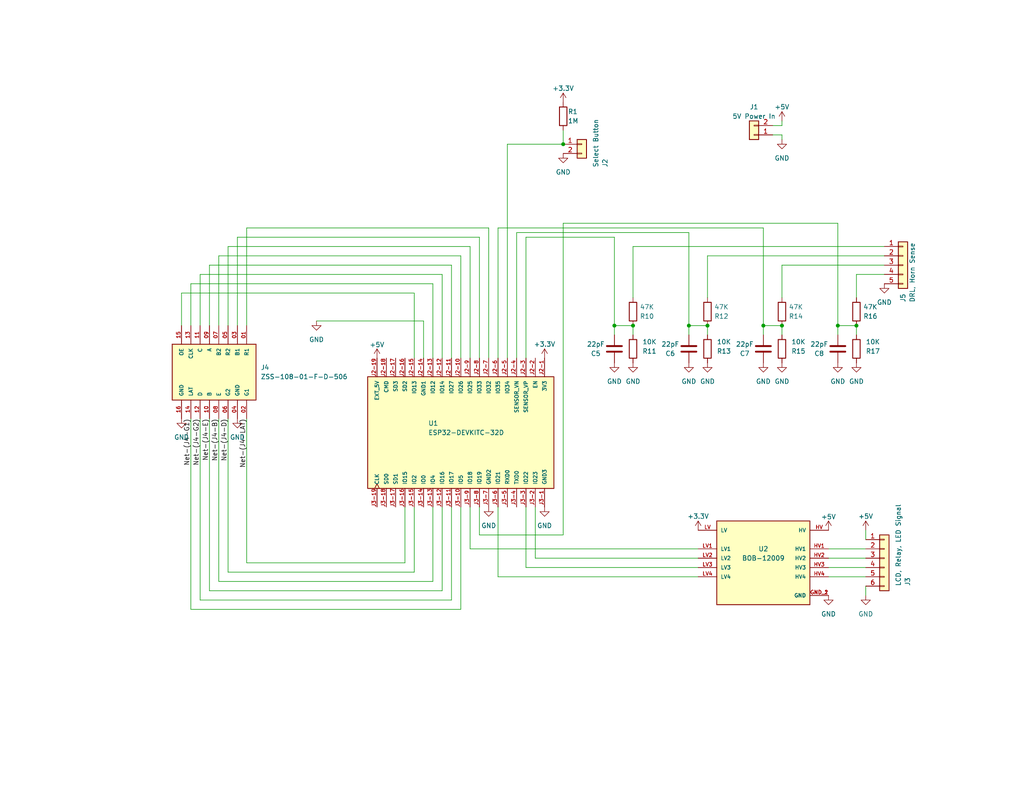
<source format=kicad_sch>
(kicad_sch (version 20230121) (generator eeschema)
  (paper "USLetter")
  (title_block (title "Car LED Controller ") (date "2023-07-02") (rev "3"))
  (lib_symbols
    (symbol "BOB-12009:BOB-12009" (pin_names (offset 1.016))
      (property "Reference" "U" (at -12.7 11.43 0))
      (property "Value" "BOB-12009" (at -12.7 -15.24 0))
      (symbol "BOB-12009_0_0"
        (rectangle (start -12.7 -12.7) (end 12.7 10.16) (stroke (width 0.254)) (fill (type background)))
        (pin power_in line (at 17.78 -10.16 180) (length 5.08) (name "GND") (number "GND_1"))
        (pin power_in line (at 17.78 -10.16 180) (length 5.08) (name "GND") (number "GND_2"))
        (pin bidirectional line (at 17.78 7.62 180) (length 5.08) (name "HV") (number "HV"))
        (pin bidirectional line (at 17.78 2.54 180) (length 5.08) (name "HV1") (number "HV1"))
        (pin bidirectional line (at 17.78 0 180) (length 5.08) (name "HV2") (number "HV2"))
        (pin bidirectional line (at 17.78 -2.54 180) (length 5.08) (name "HV3") (number "HV3"))
        (pin bidirectional line (at 17.78 -5.08 180) (length 5.08) (name "HV4") (number "HV4"))
        (pin bidirectional line (at -17.78 7.62 0) (length 5.08) (name "LV") (number "LV"))
        (pin bidirectional line (at -17.78 2.54 0) (length 5.08) (name "LV1") (number "LV1"))
        (pin bidirectional line (at -17.78 0 0) (length 5.08) (name "LV2") (number "LV2"))
        (pin bidirectional line (at -17.78 -2.54 0) (length 5.08) (name "LV3") (number "LV3"))
        (pin bidirectional line (at -17.78 -5.08 0) (length 5.08) (name "LV4") (number "LV4"))
      )
    )
    (symbol "Conn_01x02_1" (pin_names (offset 1.016) hide)
      (property "Reference" "J" (at 0 2.54 0))
      (property "Value" "Conn_01x02" (at 0 -5.08 0))
      (symbol "Conn_01x02_1_1_1"
        (rectangle (start -1.27 -2.413) (end 0 -2.667) (stroke (width 0.1524)))
        (rectangle (start -1.27 0.127) (end 0 -0.127) (stroke (width 0.1524)))
        (rectangle (start -1.27 1.27) (end 1.27 -3.81) (stroke (width 0.254)) (fill (type background)))
        (pin passive line (at -5.08 0 0) (length 3.81) (name "Pin_1") (number "1"))
        (pin passive line (at -5.08 -2.54 0) (length 3.81) (name "Pin_2") (number "2"))
      )
    )
    (symbol "Connector_Generic:Conn_01x02" (pin_names (offset 1.016) hide)
      (property "Reference" "J4" (at 2.54 -0.635 0))
      (property "Value" "Select Button" (at 2.54 -3.175 0))
      (symbol "Conn_01x02_1_1"
        (rectangle (start -1.27 -2.413) (end 0 -2.667) (stroke (width 0.1524)))
        (rectangle (start -1.27 0.127) (end 0 -0.127) (stroke (width 0.1524)))
        (rectangle (start -1.27 1.27) (end 1.27 -3.81) (stroke (width 0.254)) (fill (type background)))
        (pin passive line (at -5.08 0 0) (length 3.81) (name "Pin_1") (number "1"))
        (pin passive line (at -5.08 -2.54 0) (length 3.81) (name "Pin_2") (number "2"))
      )
    )
    (symbol "Connector_Generic:Conn_01x05" (pin_names (offset 1.016) hide)
      (property "Reference" "J" (at 0 7.62 0))
      (property "Value" "Conn_01x05" (at 0 -7.62 0))
      (symbol "Conn_01x05_1_1"
        (rectangle (start -1.27 -4.953) (end 0 -5.207) (stroke (width 0.1524)))
        (rectangle (start -1.27 -2.413) (end 0 -2.667) (stroke (width 0.1524)))
        (rectangle (start -1.27 0.127) (end 0 -0.127) (stroke (width 0.1524)))
        (rectangle (start -1.27 2.667) (end 0 2.413) (stroke (width 0.1524)))
        (rectangle (start -1.27 5.207) (end 0 4.953) (stroke (width 0.1524)))
        (rectangle (start -1.27 6.35) (end 1.27 -6.35) (stroke (width 0.254)) (fill (type background)))
        (pin passive line (at -5.08 5.08 0) (length 3.81) (name "Pin_1") (number "1"))
        (pin passive line (at -5.08 2.54 0) (length 3.81) (name "Pin_2") (number "2"))
        (pin passive line (at -5.08 0 0) (length 3.81) (name "Pin_3") (number "3"))
        (pin passive line (at -5.08 -2.54 0) (length 3.81) (name "Pin_4") (number "4"))
        (pin passive line (at -5.08 -5.08 0) (length 3.81) (name "Pin_5") (number "5"))
      )
    )
    (symbol "Connector_Generic:Conn_01x06" (pin_names (offset 1.016) hide)
      (property "Reference" "J" (at 0 7.62 0))
      (property "Value" "Conn_01x06" (at 0 -10.16 0))
      (symbol "Conn_01x06_1_1"
        (rectangle (start -1.27 -7.493) (end 0 -7.747) (stroke (width 0.1524)))
        (rectangle (start -1.27 -4.953) (end 0 -5.207) (stroke (width 0.1524)))
        (rectangle (start -1.27 -2.413) (end 0 -2.667) (stroke (width 0.1524)))
        (rectangle (start -1.27 0.127) (end 0 -0.127) (stroke (width 0.1524)))
        (rectangle (start -1.27 2.667) (end 0 2.413) (stroke (width 0.1524)))
        (rectangle (start -1.27 5.207) (end 0 4.953) (stroke (width 0.1524)))
        (rectangle (start -1.27 6.35) (end 1.27 -8.89) (stroke (width 0.254)) (fill (type background)))
        (pin passive line (at -5.08 5.08 0) (length 3.81) (name "Pin_1") (number "1"))
        (pin passive line (at -5.08 2.54 0) (length 3.81) (name "Pin_2") (number "2"))
        (pin passive line (at -5.08 0 0) (length 3.81) (name "Pin_3") (number "3"))
        (pin passive line (at -5.08 -2.54 0) (length 3.81) (name "Pin_4") (number "4"))
        (pin passive line (at -5.08 -5.08 0) (length 3.81) (name "Pin_5") (number "5"))
        (pin passive line (at -5.08 -7.62 0) (length 3.81) (name "Pin_6") (number "6"))
      )
    )
    (symbol "Device:C" (pin_numbers hide) (pin_names (offset 0.254))
      (property "Reference" "C" (at 0.635 2.54 0))
      (property "Value" "C" (at 0.635 -2.54 0))
      (symbol "C_0_1"
        (polyline (pts (xy -2.032 -0.762) (xy 2.032 -0.762)) (stroke (width 0.508)))
        (polyline (pts (xy -2.032 0.762) (xy 2.032 0.762)) (stroke (width 0.508)))
      )
      (symbol "C_1_1"
        (pin passive line (at 0 3.81 270) (length 2.794) (name "~") (number "1"))
        (pin passive line (at 0 -3.81 90) (length 2.794) (name "~") (number "2"))
      )
    )
    (symbol "Device:R" (pin_numbers hide) (pin_names (offset 0))
      (property "Reference" "R" (at 2.032 0 90))
      (property "Value" "R" (at 0 0 90))
      (symbol "R_0_1"
        (rectangle (start -1.016 -2.54) (end 1.016 2.54) (stroke (width 0.254)))
      )
      (symbol "R_1_1"
        (pin passive line (at 0 3.81 270) (length 1.27) (name "~") (number "1"))
        (pin passive line (at 0 -3.81 90) (length 1.27) (name "~") (number "2"))
      )
    )
    (symbol "ESP32-DEVKITC-32D:ESP32-DEVKITC-32D" (pin_names (offset 1.016))
      (property "Reference" "U" (at -15.2572 26.0643 0))
      (property "Value" "ESP32-DEVKITC-32D" (at -15.2563 -27.9698 0))
      (symbol "ESP32-DEVKITC-32D_0_0"
        (rectangle (start -15.24 -25.4) (end 15.24 25.4) (stroke (width 0.254)) (fill (type background)))
        (pin power_in line (at -20.32 22.86 0) (length 5.08) (name "3V3") (number "J2-1"))
        (pin bidirectional line (at -20.32 0 0) (length 5.08) (name "IO26") (number "J2-10"))
        (pin bidirectional line (at -20.32 -2.54 0) (length 5.08) (name "IO27") (number "J2-11"))
        (pin bidirectional line (at -20.32 -5.08 0) (length 5.08) (name "IO14") (number "J2-12"))
        (pin bidirectional line (at -20.32 -7.62 0) (length 5.08) (name "IO12") (number "J2-13"))
        (pin power_in line (at -20.32 -10.16 0) (length 5.08) (name "GND1") (number "J2-14"))
        (pin bidirectional line (at -20.32 -12.7 0) (length 5.08) (name "IO13") (number "J2-15"))
        (pin bidirectional line (at -20.32 -15.24 0) (length 5.08) (name "SD2") (number "J2-16"))
        (pin bidirectional line (at -20.32 -17.78 0) (length 5.08) (name "SD3") (number "J2-17"))
        (pin bidirectional line (at -20.32 -20.32 0) (length 5.08) (name "CMD") (number "J2-18"))
        (pin power_in line (at -20.32 -22.86 0) (length 5.08) (name "EXT_5V") (number "J2-19"))
        (pin input line (at -20.32 20.32 0) (length 5.08) (name "EN") (number "J2-2"))
        (pin input line (at -20.32 17.78 0) (length 5.08) (name "SENSOR_VP") (number "J2-3"))
        (pin input line (at -20.32 15.24 0) (length 5.08) (name "SENSOR_VN") (number "J2-4"))
        (pin bidirectional line (at -20.32 12.7 0) (length 5.08) (name "IO34") (number "J2-5"))
        (pin bidirectional line (at -20.32 10.16 0) (length 5.08) (name "IO35") (number "J2-6"))
        (pin bidirectional line (at -20.32 7.62 0) (length 5.08) (name "IO32") (number "J2-7"))
        (pin bidirectional line (at -20.32 5.08 0) (length 5.08) (name "IO33") (number "J2-8"))
        (pin bidirectional line (at -20.32 2.54 0) (length 5.08) (name "IO25") (number "J2-9"))
        (pin power_in line (at 20.32 22.86 180) (length 5.08) (name "GND3") (number "J3-1"))
        (pin bidirectional line (at 20.32 0 180) (length 5.08) (name "IO5") (number "J3-10"))
        (pin bidirectional line (at 20.32 -2.54 180) (length 5.08) (name "IO17") (number "J3-11"))
        (pin bidirectional line (at 20.32 -5.08 180) (length 5.08) (name "IO16") (number "J3-12"))
        (pin bidirectional line (at 20.32 -7.62 180) (length 5.08) (name "IO4") (number "J3-13"))
        (pin bidirectional line (at 20.32 -10.16 180) (length 5.08) (name "IO0") (number "J3-14"))
        (pin bidirectional line (at 20.32 -12.7 180) (length 5.08) (name "IO2") (number "J3-15"))
        (pin bidirectional line (at 20.32 -15.24 180) (length 5.08) (name "IO15") (number "J3-16"))
        (pin bidirectional line (at 20.32 -17.78 180) (length 5.08) (name "SD1") (number "J3-17"))
        (pin bidirectional line (at 20.32 -20.32 180) (length 5.08) (name "SD0") (number "J3-18"))
        (pin input clock (at 20.32 -22.86 180) (length 5.08) (name "CLK") (number "J3-19"))
        (pin bidirectional line (at 20.32 20.32 180) (length 5.08) (name "IO23") (number "J3-2"))
        (pin bidirectional line (at 20.32 17.78 180) (length 5.08) (name "IO22") (number "J3-3"))
        (pin output line (at 20.32 15.24 180) (length 5.08) (name "TXD0") (number "J3-4"))
        (pin input line (at 20.32 12.7 180) (length 5.08) (name "RXD0") (number "J3-5"))
        (pin bidirectional line (at 20.32 10.16 180) (length 5.08) (name "IO21") (number "J3-6"))
        (pin power_in line (at 20.32 7.62 180) (length 5.08) (name "GND2") (number "J3-7"))
        (pin bidirectional line (at 20.32 5.08 180) (length 5.08) (name "IO19") (number "J3-8"))
        (pin bidirectional line (at 20.32 2.54 180) (length 5.08) (name "IO18") (number "J3-9"))
      )
    )
    (symbol "ZSS-108-01-F-D-506:ZSS-108-01-F-D-506" (pin_names (offset 1.016))
      (property "Reference" "J4" (at -1.27 13.97 90))
      (property "Value" "ZSS-108-01-F-D-506" (at 1.27 13.97 90))
      (symbol "ZSS-108-01-F-D-506_0_0"
        (rectangle (start -7.62 -10.16) (end 7.62 12.7) (stroke (width 0.254)) (fill (type background)))
      )
      (symbol "ZSS-108-01-F-D-506_1_0"
        (pin passive line (at -12.7 10.16 0) (length 5.08) (name "R1") (number "01"))
        (pin passive line (at 12.7 10.16 180) (length 5.08) (name "G1") (number "02"))
        (pin passive line (at -12.7 7.62 0) (length 5.08) (name "B1") (number "03"))
        (pin passive line (at 12.7 7.62 180) (length 5.08) (name "GND") (number "04"))
        (pin passive line (at -12.7 5.08 0) (length 5.08) (name "R2") (number "05"))
        (pin passive line (at 12.7 5.08 180) (length 5.08) (name "G2") (number "06"))
        (pin passive line (at -12.7 2.54 0) (length 5.08) (name "B2") (number "07"))
        (pin passive line (at 12.7 2.54 180) (length 5.08) (name "E") (number "08"))
        (pin passive line (at -12.7 0 0) (length 5.08) (name "A") (number "09"))
        (pin passive line (at 12.7 0 180) (length 5.08) (name "B") (number "10"))
        (pin passive line (at -12.7 -2.54 0) (length 5.08) (name "C") (number "11"))
        (pin passive line (at 12.7 -2.54 180) (length 5.08) (name "D") (number "12"))
        (pin passive line (at -12.7 -5.08 0) (length 5.08) (name "CLK") (number "13"))
        (pin passive line (at 12.7 -5.08 180) (length 5.08) (name "LAT") (number "14"))
        (pin passive line (at -12.7 -7.62 0) (length 5.08) (name "OE") (number "15"))
        (pin passive line (at 12.7 -7.62 180) (length 5.08) (name "GND") (number "16"))
      )
    )
    (symbol "power:+3.3V" (power) (pin_names (offset 0))
      (property "Value" "+3.3V" (at 0 3.556 0))
      (symbol "+3.3V_0_1"
        (polyline (pts (xy -0.762 1.27) (xy 0 2.54)))
        (polyline (pts (xy 0 0) (xy 0 2.54)))
        (polyline (pts (xy 0 2.54) (xy 0.762 1.27)))
      )
      (symbol "+3.3V_1_1"
        (pin power_in line (at 0 0 90) (length 0) hide (name "+3.3V") (number "1"))
      )
    )
    (symbol "power:+5V" (power) (pin_names (offset 0))
      (property "Value" "+5V" (at 0 3.556 0))
      (symbol "+5V_0_1"
        (polyline (pts (xy -0.762 1.27) (xy 0 2.54)))
        (polyline (pts (xy 0 0) (xy 0 2.54)))
        (polyline (pts (xy 0 2.54) (xy 0.762 1.27)))
      )
      (symbol "+5V_1_1"
        (pin power_in line (at 0 0 90) (length 0) hide (name "+5V") (number "1"))
      )
    )
    (symbol "power:GND" (power) (pin_names (offset 0))
      (property "Value" "GND" (at 0 -3.81 0))
      (symbol "GND_0_1"
        (polyline (pts (xy 0 0) (xy 0 -1.27) (xy 1.27 -1.27) (xy 0 -2.54) (xy -1.27 -1.27) (xy 0 -1.27)))
      )
      (symbol "GND_1_1"
        (pin power_in line (at 0 0 270) (length 0) hide (name "GND") (number "1"))
      )
    )
  )
  (junction (at 193.04 88.9))
  (junction (at 167.64 88.9))
  (junction (at 208.28 88.9))
  (junction (at 187.96 88.9))
  (junction (at 153.67 39.37))
  (junction (at 172.72 88.9))
  (junction (at 228.6 88.9))
  (junction (at 213.36 88.9))
  (junction (at 233.68 88.9))
  (wire (pts (xy 54.61 74.93) (xy 120.65 74.93)))
  (wire (pts (xy 228.6 91.44) (xy 228.6 88.9)))
  (wire (pts (xy 62.23 67.31) (xy 62.23 88.9)))
  (wire (pts (xy 125.73 138.43) (xy 125.73 166.37)))
  (wire (pts (xy 138.43 39.37) (xy 153.67 39.37)))
  (wire (pts (xy 118.11 138.43) (xy 118.11 158.75)))
  (wire (pts (xy 208.28 88.9) (xy 213.36 88.9)))
  (wire (pts (xy 59.69 69.85) (xy 125.73 69.85)))
  (wire (pts (xy 228.6 60.96) (xy 153.67 60.96)))
  (wire (pts (xy 146.05 138.43) (xy 146.05 152.4)))
  (wire (pts (xy 213.36 72.39) (xy 213.36 81.28)))
  (wire (pts (xy 153.67 35.56) (xy 153.67 39.37)))
  (wire (pts (xy 62.23 114.3) (xy 62.23 156.21)))
  (wire (pts (xy 213.36 36.83) (xy 210.82 36.83)))
  (wire (pts (xy 64.77 64.77) (xy 64.77 88.9)))
  (wire (pts (xy 241.3 74.93) (xy 233.68 74.93)))
  (wire (pts (xy 226.06 149.86) (xy 236.22 149.86)))
  (wire (pts (xy 135.89 157.48) (xy 190.5 157.48)))
  (wire (pts (xy 118.11 158.75) (xy 59.69 158.75)))
  (wire (pts (xy 187.96 88.9) (xy 187.96 63.5)))
  (wire (pts (xy 167.64 91.44) (xy 167.64 88.9)))
  (wire (pts (xy 138.43 39.37) (xy 138.43 97.79)))
  (wire (pts (xy 213.36 34.29) (xy 210.82 34.29)))
  (wire (pts (xy 153.67 60.96) (xy 153.67 146.05)))
  (wire (pts (xy 143.51 154.94) (xy 190.5 154.94)))
  (wire (pts (xy 128.27 138.43) (xy 128.27 149.86)))
  (wire (pts (xy 113.03 80.01) (xy 113.03 97.79)))
  (wire (pts (xy 62.23 156.21) (xy 113.03 156.21)))
  (wire (pts (xy 120.65 74.93) (xy 120.65 97.79)))
  (wire (pts (xy 86.36 87.63) (xy 115.57 87.63)))
  (wire (pts (xy 57.15 72.39) (xy 57.15 88.9)))
  (wire (pts (xy 54.61 114.3) (xy 54.61 163.83)))
  (wire (pts (xy 125.73 97.79) (xy 125.73 69.85)))
  (wire (pts (xy 113.03 138.43) (xy 113.03 156.21)))
  (wire (pts (xy 233.68 74.93) (xy 233.68 81.28)))
  (wire (pts (xy 67.31 62.23) (xy 133.35 62.23)))
  (wire (pts (xy 54.61 163.83) (xy 123.19 163.83)))
  (wire (pts (xy 52.07 166.37) (xy 125.73 166.37)))
  (wire (pts (xy 49.53 80.01) (xy 113.03 80.01)))
  (wire (pts (xy 228.6 88.9) (xy 233.68 88.9)))
  (wire (pts (xy 226.06 152.4) (xy 236.22 152.4)))
  (wire (pts (xy 57.15 161.29) (xy 120.65 161.29)))
  (wire (pts (xy 236.22 144.78) (xy 236.22 147.32)))
  (wire (pts (xy 110.49 138.43) (xy 110.49 153.67)))
  (wire (pts (xy 167.64 88.9) (xy 172.72 88.9)))
  (wire (pts (xy 172.72 67.31) (xy 172.72 81.28)))
  (wire (pts (xy 123.19 138.43) (xy 123.19 163.83)))
  (wire (pts (xy 143.51 97.79) (xy 143.51 64.77)))
  (wire (pts (xy 67.31 153.67) (xy 67.31 114.3)))
  (wire (pts (xy 130.81 138.43) (xy 130.81 146.05)))
  (wire (pts (xy 140.97 97.79) (xy 140.97 63.5)))
  (wire (pts (xy 52.07 114.3) (xy 52.07 166.37)))
  (wire (pts (xy 128.27 67.31) (xy 128.27 97.79)))
  (wire (pts (xy 135.89 97.79) (xy 135.89 62.23)))
  (wire (pts (xy 228.6 88.9) (xy 228.6 60.96)))
  (wire (pts (xy 52.07 77.47) (xy 52.07 88.9)))
  (wire (pts (xy 172.72 88.9) (xy 172.72 91.44)))
  (wire (pts (xy 110.49 153.67) (xy 67.31 153.67)))
  (wire (pts (xy 241.3 72.39) (xy 213.36 72.39)))
  (wire (pts (xy 62.23 67.31) (xy 128.27 67.31)))
  (wire (pts (xy 130.81 146.05) (xy 153.67 146.05)))
  (wire (pts (xy 57.15 72.39) (xy 123.19 72.39)))
  (wire (pts (xy 135.89 138.43) (xy 135.89 157.48)))
  (wire (pts (xy 54.61 74.93) (xy 54.61 88.9)))
  (wire (pts (xy 187.96 91.44) (xy 187.96 88.9)))
  (wire (pts (xy 128.27 149.86) (xy 190.5 149.86)))
  (wire (pts (xy 226.06 154.94) (xy 236.22 154.94)))
  (wire (pts (xy 236.22 162.56) (xy 236.22 160.02)))
  (wire (pts (xy 59.69 69.85) (xy 59.69 88.9)))
  (wire (pts (xy 233.68 88.9) (xy 233.68 91.44)))
  (wire (pts (xy 123.19 72.39) (xy 123.19 97.79)))
  (wire (pts (xy 57.15 114.3) (xy 57.15 161.29)))
  (wire (pts (xy 64.77 64.77) (xy 130.81 64.77)))
  (wire (pts (xy 143.51 138.43) (xy 143.51 154.94)))
  (wire (pts (xy 59.69 114.3) (xy 59.69 158.75)))
  (wire (pts (xy 241.3 67.31) (xy 172.72 67.31)))
  (wire (pts (xy 67.31 62.23) (xy 67.31 88.9)))
  (wire (pts (xy 208.28 62.23) (xy 208.28 88.9)))
  (wire (pts (xy 208.28 91.44) (xy 208.28 88.9)))
  (wire (pts (xy 193.04 88.9) (xy 193.04 91.44)))
  (wire (pts (xy 52.07 77.47) (xy 118.11 77.47)))
  (wire (pts (xy 140.97 63.5) (xy 187.96 63.5)))
  (wire (pts (xy 130.81 64.77) (xy 130.81 97.79)))
  (wire (pts (xy 167.64 64.77) (xy 167.64 88.9)))
  (wire (pts (xy 213.36 88.9) (xy 213.36 91.44)))
  (wire (pts (xy 226.06 157.48) (xy 236.22 157.48)))
  (wire (pts (xy 213.36 33.02) (xy 213.36 34.29)))
  (wire (pts (xy 143.51 64.77) (xy 167.64 64.77)))
  (wire (pts (xy 133.35 62.23) (xy 133.35 97.79)))
  (wire (pts (xy 135.89 62.23) (xy 208.28 62.23)))
  (wire (pts (xy 118.11 77.47) (xy 118.11 97.79)))
  (wire (pts (xy 146.05 152.4) (xy 190.5 152.4)))
  (wire (pts (xy 49.53 80.01) (xy 49.53 88.9)))
  (wire (pts (xy 187.96 88.9) (xy 193.04 88.9)))
  (wire (pts (xy 241.3 69.85) (xy 193.04 69.85)))
  (wire (pts (xy 193.04 69.85) (xy 193.04 81.28)))
  (wire (pts (xy 213.36 36.83) (xy 213.36 38.1)))
  (wire (pts (xy 120.65 138.43) (xy 120.65 161.29)))
  (wire (pts (xy 115.57 87.63) (xy 115.57 97.79)))
  (label "Net-(J4-E)" (at 57.15 114.3 270))
  (label "Net-(J4-D)" (at 62.23 114.3 270))
  (label "Net-(J4-LAT)" (at 67.31 114.3 270))
  (label "Net-(J4-B)" (at 59.69 114.3 270))
  (label "Net-(J4-G2)" (at 54.61 114.3 270))
  (label "Net-(J4-G1)" (at 52.07 114.3 270))
  (symbol (lib_id "power:GND") (at 86.36 87.63 0) (unit 1)
    (property "Reference" "#PWR021" (effects hide))
    (property "Value" "GND" (at 86.36 92.71 0))
  )
  (symbol (lib_id "power:GND") (at 193.04 99.06 0) (unit 1)
    (property "Reference" "#PWR09" (effects hide))
    (property "Value" "GND" (at 193.04 104.14 0))
  )
  (symbol (lib_id "Device:R") (at 233.68 95.25 0) (mirror y) (unit 1)
    (property "Reference" "R17" (at 236.22 95.885 0) (effects (justify right)))
    (property "Value" "10K" (at 236.22 93.345 0) (effects (justify right)))
    (property "Footprint" "Resistor_THT:R_Axial_DIN0207_L6.3mm_D2.5mm_P10.16mm_Horizontal" (effects hide))
  )
  (symbol (lib_id "BOB-12009:BOB-12009") (at 208.28 152.4 0) (unit 1)
    (property "Reference" "U2" (at 208.28 149.86 0))
    (property "Value" "BOB-12009" (at 208.28 152.4 0))
    (property "Footprint" "BOB-12009:CONV_BOB-12009" (effects hide))
    (property "PARTREV" "01" (effects hide))
    (property "STANDARD" "Manufacturer Recommendations" (effects hide))
    (property "MAXIMUM_PACKAGE_HEIGHT" "N/A" (effects hide))
    (property "MANUFACTURER" "SparkFun Electronics" (effects hide))
  )
  (symbol (lib_id "Device:R") (at 172.72 85.09 0) (mirror x) (unit 1)
    (property "Reference" "R10" (at 176.53 86.36 0))
    (property "Value" "47K" (at 176.53 83.82 0))
    (property "Footprint" "Resistor_THT:R_Axial_DIN0207_L6.3mm_D2.5mm_P10.16mm_Horizontal" (effects hide))
  )
  (symbol (lib_id "power:GND") (at 208.28 99.06 0) (unit 1)
    (property "Reference" "#PWR08" (effects hide))
    (property "Value" "GND" (at 208.28 104.14 0))
  )
  (symbol (lib_id "Device:R") (at 213.36 95.25 0) (mirror y) (unit 1)
    (property "Reference" "R15" (at 215.9 95.885 0) (effects (justify right)))
    (property "Value" "10K" (at 215.9 93.345 0) (effects (justify right)))
    (property "Footprint" "Resistor_THT:R_Axial_DIN0207_L6.3mm_D2.5mm_P10.16mm_Horizontal" (effects hide))
  )
  (symbol (lib_id "power:+3.3V") (at 190.5 144.78 0) (unit 1)
    (property "Reference" "#PWR023" (effects hide))
    (property "Value" "+3.3V" (at 190.5 140.97 0))
  )
  (symbol (lib_id "Device:C") (at 167.64 95.25 0) (mirror y) (unit 1)
    (property "Reference" "C5" (at 162.56 96.52 0))
    (property "Value" "22pF" (at 162.56 93.98 0))
    (property "Footprint" "Capacitor_THT:C_Disc_D4.7mm_W2.5mm_P5.00mm" (effects hide))
  )
  (symbol (lib_id "power:GND") (at 64.77 114.3 0) (unit 1)
    (property "Reference" "#PWR020" (effects hide))
    (property "Value" "GND" (at 64.77 119.38 0))
  )
  (symbol (lib_id "power:GND") (at 213.36 99.06 0) (unit 1)
    (property "Reference" "#PWR07" (effects hide))
    (property "Value" "GND" (at 213.36 104.14 0))
  )
  (symbol (lib_id "Device:R") (at 193.04 85.09 0) (mirror x) (unit 1)
    (property "Reference" "R12" (at 196.85 86.36 0))
    (property "Value" "47K" (at 196.85 83.82 0))
    (property "Footprint" "Resistor_THT:R_Axial_DIN0207_L6.3mm_D2.5mm_P10.16mm_Horizontal" (effects hide))
  )
  (symbol (lib_id "Device:R") (at 213.36 85.09 0) (mirror x) (unit 1)
    (property "Reference" "R14" (at 217.17 86.36 0))
    (property "Value" "47K" (at 217.17 83.82 0))
    (property "Footprint" "Resistor_THT:R_Axial_DIN0207_L6.3mm_D2.5mm_P10.16mm_Horizontal" (effects hide))
  )
  (symbol (lib_id "power:GND") (at 49.53 114.3 0) (unit 1)
    (property "Reference" "#PWR019" (effects hide))
    (property "Value" "GND" (at 49.53 119.38 0))
  )
  (symbol (lib_id "power:+5V") (at 226.06 144.78 0) (unit 1)
    (property "Reference" "#PWR031" (effects hide))
    (property "Value" "+5V" (at 226.06 141.1124 0))
  )
  (symbol (lib_id "Connector_Generic:Conn_01x05") (at 246.38 72.39 0) (unit 1)
    (property "Reference" "J5" (at 246.38 82.55 90) (effects (justify left)))
    (property "Value" "DRL, Horn Sense" (at 248.92 82.55 90) (effects (justify left)))
    (property "Footprint" "Connector_JST:JST_XH_B5B-XH-A_1x05_P2.50mm_Vertical" (effects hide))
  )
  (symbol (lib_id "power:+3.3V") (at 148.59 97.79 0) (unit 1)
    (property "Reference" "#PWR022" (effects hide))
    (property "Value" "+3.3V" (at 148.59 93.98 0))
  )
  (symbol (lib_id "Device:C") (at 187.96 95.25 0) (mirror y) (unit 1)
    (property "Reference" "C6" (at 182.88 96.52 0))
    (property "Value" "22pF" (at 182.88 93.98 0))
    (property "Footprint" "Capacitor_THT:C_Disc_D4.7mm_W2.5mm_P5.00mm" (effects hide))
  )
  (symbol (lib_id "Connector_Generic:Conn_01x02") (at 158.75 39.37 0) (unit 1)
    (property "Reference" "J2" (at 165.1 45.72 90) (effects (justify left)))
    (property "Value" "Select Button" (at 162.56 45.72 90) (effects (justify left)))
    (property "Footprint" "Connector_JST:JST_XH_B2B-XH-A_1x02_P2.50mm_Vertical" (effects hide))
  )
  (symbol (lib_id "power:GND") (at 172.72 99.06 0) (unit 1)
    (property "Reference" "#PWR011" (effects hide))
    (property "Value" "GND" (at 172.72 104.14 0))
  )
  (symbol (lib_id "power:+3.3V") (at 153.67 27.94 0) (unit 1)
    (property "Reference" "#PWR026" (effects hide))
    (property "Value" "+3.3V" (at 153.67 24.13 0))
  )
  (symbol (lib_id "ZSS-108-01-F-D-506:ZSS-108-01-F-D-506") (at 57.15 101.6 270) (unit 1)
    (property "Reference" "J4" (at 71.12 100.33 90) (effects (justify left)))
    (property "Value" "ZSS-108-01-F-D-506" (at 71.12 102.87 90) (effects (justify left)))
    (property "Footprint" "Library:SAMTEC_ZSS-108-01-F-D-506" (effects hide))
    (property "PARTREV" "R" (effects hide))
    (property "MANUFACTURER" "Samtec" (effects hide))
    (property "STANDARD" "Manufacturer Recommendations" (effects hide))
  )
  (symbol (lib_id "power:GND") (at 241.3 77.47 0) (unit 1)
    (property "Reference" "#PWR02" (effects hide))
    (property "Value" "GND" (at 241.3 82.55 0))
  )
  (symbol (lib_id "power:GND") (at 228.6 99.06 0) (unit 1)
    (property "Reference" "#PWR06" (effects hide))
    (property "Value" "GND" (at 228.6 104.14 0))
  )
  (symbol (lib_id "power:GND") (at 213.36 38.1 0) (unit 1)
    (property "Reference" "#PWR03" (effects hide))
    (property "Value" "GND" (at 213.36 43.18 0))
  )
  (symbol (lib_id "power:GND") (at 236.22 162.56 0) (unit 1)
    (property "Reference" "#PWR032" (effects hide))
    (property "Value" "GND" (at 236.22 167.64 0))
  )
  (symbol (lib_id "Device:C") (at 228.6 95.25 0) (mirror y) (unit 1)
    (property "Reference" "C8" (at 223.52 96.52 0))
    (property "Value" "22pF" (at 223.52 93.98 0))
    (property "Footprint" "Capacitor_THT:C_Disc_D4.7mm_W2.5mm_P5.00mm" (effects hide))
  )
  (symbol (lib_id "Device:R") (at 233.68 85.09 0) (mirror x) (unit 1)
    (property "Reference" "R16" (at 237.49 86.36 0))
    (property "Value" "47K" (at 237.49 83.82 0))
    (property "Footprint" "Resistor_THT:R_Axial_DIN0207_L6.3mm_D2.5mm_P10.16mm_Horizontal" (effects hide))
  )
  (symbol (lib_name "Conn_01x02_1") (lib_id "Connector_Generic:Conn_01x02") (at 205.74 36.83 180) (unit 1)
    (property "Reference" "J1" (at 205.74 29.21 0))
    (property "Value" "5V Power In" (at 205.74 31.75 0))
    (property "Footprint" "Connector_JST:JST_XH_B2B-XH-A_1x02_P2.50mm_Vertical" (effects hide))
  )
  (symbol (lib_id "Device:R") (at 193.04 95.25 0) (mirror y) (unit 1)
    (property "Reference" "R13" (at 195.58 95.885 0) (effects (justify right)))
    (property "Value" "10K" (at 195.58 93.345 0) (effects (justify right)))
    (property "Footprint" "Resistor_THT:R_Axial_DIN0207_L6.3mm_D2.5mm_P10.16mm_Horizontal" (effects hide))
  )
  (symbol (lib_id "Device:R") (at 172.72 95.25 0) (mirror y) (unit 1)
    (property "Reference" "R11" (at 175.26 95.885 0) (effects (justify right)))
    (property "Value" "10K" (at 175.26 93.345 0) (effects (justify right)))
    (property "Footprint" "Resistor_THT:R_Axial_DIN0207_L6.3mm_D2.5mm_P10.16mm_Horizontal" (effects hide))
  )
  (symbol (lib_id "Device:C") (at 208.28 95.25 0) (mirror y) (unit 1)
    (property "Reference" "C7" (at 203.2 96.52 0))
    (property "Value" "22pF" (at 203.2 93.98 0))
    (property "Footprint" "Capacitor_THT:C_Disc_D4.7mm_W2.5mm_P5.00mm" (effects hide))
  )
  (symbol (lib_id "power:GND") (at 226.06 162.56 0) (unit 1)
    (property "Reference" "#PWR04" (effects hide))
    (property "Value" "GND" (at 226.06 167.64 0))
  )
  (symbol (lib_id "power:GND") (at 153.67 41.91 0) (unit 1)
    (property "Reference" "#PWR013" (effects hide))
    (property "Value" "GND" (at 153.67 46.99 0))
  )
  (symbol (lib_id "Connector_Generic:Conn_01x06") (at 241.3 152.4 0) (unit 1)
    (property "Reference" "J3" (at 247.65 160.02 90) (effects (justify left)))
    (property "Value" "LCD, Relay, LED Signal" (at 245.11 160.02 90) (effects (justify left)))
    (property "Footprint" "Connector_JST:JST_XH_B6B-XH-A_1x06_P2.50mm_Vertical" (effects hide))
  )
  (symbol (lib_id "power:GND") (at 133.35 138.43 0) (unit 1)
    (property "Reference" "#PWR015" (effects hide))
    (property "Value" "GND" (at 133.35 143.51 0))
  )
  (symbol (lib_id "power:+5V") (at 236.22 144.78 0) (unit 1)
    (property "Reference" "#PWR027" (effects hide))
    (property "Value" "+5V" (at 236.22 140.97 0))
  )
  (symbol (lib_id "power:+5V") (at 213.36 33.02 0) (unit 1)
    (property "Reference" "#PWR01" (effects hide))
    (property "Value" "+5V" (at 213.36 29.21 0))
  )
  (symbol (lib_id "power:GND") (at 187.96 99.06 0) (unit 1)
    (property "Reference" "#PWR010" (effects hide))
    (property "Value" "GND" (at 187.96 104.14 0))
  )
  (symbol (lib_id "power:GND") (at 148.59 138.43 0) (unit 1)
    (property "Reference" "#PWR014" (effects hide))
    (property "Value" "GND" (at 148.59 143.51 0))
  )
  (symbol (lib_id "ESP32-DEVKITC-32D:ESP32-DEVKITC-32D") (at 125.73 118.11 270) (unit 1)
    (property "Reference" "U1" (at 116.84 115.57 90) (effects (justify left)))
    (property "Value" "ESP32-DEVKITC-32D" (at 116.84 118.11 90) (effects (justify left)))
    (property "Footprint" "ESP32-DEVKITC-32D:MODULE_ESP32-DEVKITC-32D" (effects hide))
    (property "PARTREV" "V4" (effects hide))
    (property "STANDARD" "Manufacturer Recommendations" (effects hide))
    (property "SNAPEDA_PN" "ESP32-DEVKITC-32D" (effects hide))
    (property "MAXIMUM_PACKAGE_HEIGHT" "N/A" (effects hide))
    (property "MANUFACTURER" "Espressif Systems" (effects hide))
  )
  (symbol (lib_id "power:GND") (at 167.64 99.06 0) (unit 1)
    (property "Reference" "#PWR012" (effects hide))
    (property "Value" "GND" (at 167.64 104.14 0))
  )
  (symbol (lib_id "Device:R") (at 153.67 31.75 0) (unit 1)
    (property "Reference" "R1" (at 154.94 30.48 0) (effects (justify left)))
    (property "Value" "1M" (at 154.94 33.02 0) (effects (justify left)))
    (property "Footprint" "Resistor_THT:R_Axial_DIN0207_L6.3mm_D2.5mm_P10.16mm_Horizontal" (effects hide))
  )
  (symbol (lib_id "power:GND") (at 233.68 99.06 0) (unit 1)
    (property "Reference" "#PWR05" (effects hide))
    (property "Value" "GND" (at 233.68 104.14 0))
  )
  (symbol (lib_id "power:+5V") (at 102.87 97.79 0) (unit 1)
    (property "Reference" "#PWR030" (effects hide))
    (property "Value" "+5V" (at 102.87 94.1224 0))
  )
)
</source>
